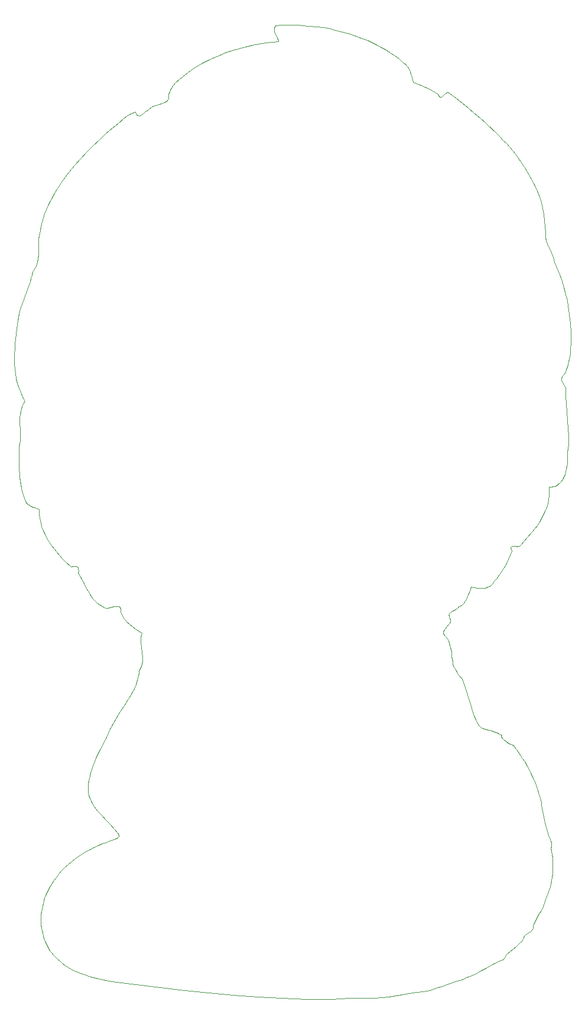
<source format=gbr>
G04 #@! TF.GenerationSoftware,KiCad,Pcbnew,5.1.5*
G04 #@! TF.CreationDate,2019-12-22T23:03:36+01:00*
G04 #@! TF.ProjectId,hh2020v1,68683230-3230-4763-912e-6b696361645f,rev?*
G04 #@! TF.SameCoordinates,Original*
G04 #@! TF.FileFunction,Profile,NP*
%FSLAX46Y46*%
G04 Gerber Fmt 4.6, Leading zero omitted, Abs format (unit mm)*
G04 Created by KiCad (PCBNEW 5.1.5) date 2019-12-22 23:03:36*
%MOMM*%
%LPD*%
G04 APERTURE LIST*
%ADD10C,0.100000*%
G04 APERTURE END LIST*
D10*
X68419860Y-24978610D02*
X68419550Y-24976380D01*
X68419870Y-24978590D02*
X68419860Y-24978610D01*
X69119850Y-24983590D02*
X68419870Y-24978590D01*
X69822670Y-25010190D02*
X69119850Y-24983590D01*
X71231420Y-25113540D02*
X69822670Y-25010190D01*
X72635410Y-25262470D02*
X71231420Y-25113540D01*
X74023930Y-25431150D02*
X72635410Y-25262470D01*
X75471790Y-25782760D02*
X74023930Y-25431150D01*
X76914890Y-26188610D02*
X75471790Y-25782760D01*
X77630910Y-26415010D02*
X76914890Y-26188610D01*
X78341250Y-26658740D02*
X77630910Y-26415010D01*
X79044400Y-26921050D02*
X78341250Y-26658740D01*
X79738890Y-27203220D02*
X79044400Y-26921050D01*
X80423200Y-27506480D02*
X79738890Y-27203220D01*
X81095840Y-27832090D02*
X80423200Y-27506480D01*
X81755320Y-28181340D02*
X81095840Y-27832090D01*
X82400130Y-28555470D02*
X81755320Y-28181340D01*
X83028770Y-28955740D02*
X82400130Y-28555470D01*
X83639780Y-29383390D02*
X83028770Y-28955740D01*
X84231620Y-29839700D02*
X83639780Y-29383390D01*
X84802820Y-30325920D02*
X84231620Y-29839700D01*
X84990870Y-30456280D02*
X84802820Y-30325920D01*
X85159930Y-30597380D02*
X84990870Y-30456280D01*
X85311400Y-30748360D02*
X85159930Y-30597380D01*
X85446700Y-30908350D02*
X85311400Y-30748360D01*
X85674480Y-31251860D02*
X85446700Y-30908350D01*
X85854600Y-31620960D02*
X85674480Y-31251860D01*
X85998390Y-32008670D02*
X85854600Y-31620960D01*
X86117200Y-32408040D02*
X85998390Y-32008670D01*
X86325200Y-33213920D02*
X86117200Y-32408040D01*
X87224860Y-33540230D02*
X86325200Y-33213920D01*
X88129800Y-33911840D02*
X87224860Y-33540230D01*
X88574880Y-34122310D02*
X88129800Y-33911840D01*
X89010010Y-34353320D02*
X88574880Y-34122310D01*
X89431450Y-34607960D02*
X89010010Y-34353320D01*
X89835440Y-34889300D02*
X89431450Y-34607960D01*
X89947200Y-35086340D02*
X89835440Y-34889300D01*
X90054220Y-35214040D02*
X89947200Y-35086340D01*
X90157370Y-35281540D02*
X90054220Y-35214040D01*
X90257640Y-35297740D02*
X90157370Y-35281540D01*
X90356040Y-35271940D02*
X90257640Y-35297740D01*
X90453240Y-35213040D02*
X90356040Y-35271940D01*
X90648480Y-35032470D02*
X90453240Y-35213040D01*
X90850790Y-34828750D02*
X90648480Y-35032470D01*
X90956910Y-34740850D02*
X90850790Y-34828750D01*
X91067600Y-34674350D02*
X90956910Y-34740850D01*
X91183770Y-34638450D02*
X91067600Y-34674350D01*
X91306350Y-34642450D02*
X91183770Y-34638450D01*
X91436290Y-34694850D02*
X91306350Y-34642450D01*
X91574500Y-34805060D02*
X91436290Y-34694850D01*
X92442900Y-35459430D02*
X91574500Y-34805060D01*
X93304560Y-36138120D02*
X92442900Y-35459430D01*
X94158750Y-36838050D02*
X93304560Y-36138120D01*
X95004700Y-37556120D02*
X94158750Y-36838050D01*
X95841740Y-38289240D02*
X95004700Y-37556120D01*
X96669050Y-39034330D02*
X95841740Y-38289240D01*
X98291710Y-40548070D02*
X96669050Y-39034330D01*
X98753240Y-40989850D02*
X98291710Y-40548070D01*
X99205540Y-41449540D02*
X98753240Y-40989850D01*
X99647910Y-41925600D02*
X99205540Y-41449540D01*
X100079690Y-42416480D02*
X99647910Y-41925600D01*
X100500200Y-42920640D02*
X100079690Y-42416480D01*
X100908770Y-43436530D02*
X100500200Y-42920640D01*
X101304740Y-43962620D02*
X100908770Y-43436530D01*
X101687400Y-44497350D02*
X101304740Y-43962620D01*
X102410220Y-45586630D02*
X101687400Y-44497350D01*
X103071820Y-46691990D02*
X102410220Y-45586630D01*
X103666840Y-47801150D02*
X103071820Y-46691990D01*
X104189870Y-48901720D02*
X103666840Y-47801150D01*
X104423480Y-49630770D02*
X104189870Y-48901720D01*
X104641800Y-50403620D02*
X104423480Y-49630770D01*
X104837660Y-51210190D02*
X104641800Y-50403620D01*
X105003840Y-52040410D02*
X104837660Y-51210190D01*
X105133160Y-52884210D02*
X105003840Y-52040410D01*
X105218460Y-53731480D02*
X105133160Y-52884210D01*
X105252460Y-54572170D02*
X105218460Y-53731480D01*
X105248460Y-54986890D02*
X105252460Y-54572170D01*
X105228460Y-55396190D02*
X105248460Y-54986890D01*
X105355960Y-55859970D02*
X105228460Y-55396190D01*
X105519410Y-56303110D02*
X105355960Y-55859970D01*
X105705910Y-56733310D02*
X105519410Y-56303110D01*
X105902550Y-57158270D02*
X105705910Y-56733310D01*
X106096420Y-57585660D02*
X105902550Y-57158270D01*
X106274640Y-58023190D02*
X106096420Y-57585660D01*
X106424270Y-58478550D02*
X106274640Y-58023190D01*
X106532430Y-58959430D02*
X106424270Y-58478550D01*
X106804470Y-59546720D02*
X106532430Y-58959430D01*
X107059110Y-60141180D02*
X106804470Y-59546720D01*
X107296460Y-60742360D02*
X107059110Y-60141180D01*
X107516680Y-61349810D02*
X107296460Y-60742360D01*
X107719880Y-61963110D02*
X107516680Y-61349810D01*
X107906240Y-62581840D02*
X107719880Y-61963110D01*
X108075860Y-63205540D02*
X107906240Y-62581840D01*
X108228880Y-63833800D02*
X108075860Y-63205540D01*
X108365460Y-64466170D02*
X108228880Y-63833800D01*
X108485720Y-65102230D02*
X108365460Y-64466170D01*
X108589810Y-65741540D02*
X108485720Y-65102230D01*
X108677810Y-66383670D02*
X108589810Y-65741540D01*
X108749910Y-67028190D02*
X108677810Y-66383670D01*
X108806310Y-67674640D02*
X108749910Y-67028190D01*
X108872210Y-68971700D02*
X108806310Y-67674640D01*
X108875210Y-70513270D02*
X108872210Y-68971700D01*
X108851310Y-71285630D02*
X108875210Y-70513270D01*
X108791810Y-72052950D02*
X108851310Y-71285630D01*
X108682910Y-72810640D02*
X108791810Y-72052950D01*
X108605610Y-73184440D02*
X108682910Y-72810640D01*
X108510810Y-73554110D02*
X108605610Y-73184440D01*
X108396590Y-73919100D02*
X108510810Y-73554110D01*
X108261350Y-74278810D02*
X108396590Y-73919100D01*
X108103310Y-74632680D02*
X108261350Y-74278810D01*
X107920760Y-74980150D02*
X108103310Y-74632680D01*
X107776900Y-75116650D02*
X107920760Y-74980150D01*
X107670610Y-75247950D02*
X107776900Y-75116650D01*
X107598310Y-75374720D02*
X107670610Y-75247950D01*
X107556510Y-75497670D02*
X107598310Y-75374720D01*
X107541510Y-75617480D02*
X107556510Y-75497670D01*
X107549510Y-75734860D02*
X107541510Y-75617480D01*
X107577610Y-75850490D02*
X107549510Y-75734860D01*
X107621710Y-75965070D02*
X107577610Y-75850490D01*
X107744370Y-76193830D02*
X107621710Y-75965070D01*
X107888940Y-76426700D02*
X107744370Y-76193830D01*
X108026890Y-76669210D02*
X107888940Y-76426700D01*
X108129720Y-76926920D02*
X108026890Y-76669210D01*
X108166520Y-78077450D02*
X108129720Y-76926920D01*
X108242720Y-79227100D02*
X108166520Y-78077450D01*
X108435640Y-81525490D02*
X108242720Y-79227100D01*
X108513140Y-82675070D02*
X108435640Y-81525490D01*
X108551940Y-83825470D02*
X108513140Y-82675070D01*
X108550940Y-84401100D02*
X108551940Y-83825470D01*
X108532740Y-84977110D02*
X108550940Y-84401100D01*
X108495040Y-85553530D02*
X108532740Y-84977110D01*
X108435540Y-86130430D02*
X108495040Y-85553530D01*
X108430540Y-86868010D02*
X108435540Y-86130430D01*
X108375640Y-87680480D02*
X108430540Y-86868010D01*
X108322740Y-88097940D02*
X108375640Y-87680480D01*
X108249140Y-88513880D02*
X108322740Y-88097940D01*
X108152140Y-88921530D02*
X108249140Y-88513880D01*
X108028920Y-89314170D02*
X108152140Y-88921530D01*
X107876780Y-89685030D02*
X108028920Y-89314170D01*
X107692970Y-90027390D02*
X107876780Y-89685030D01*
X107474750Y-90334470D02*
X107692970Y-90027390D01*
X107219350Y-90599530D02*
X107474750Y-90334470D01*
X107076860Y-90714200D02*
X107219350Y-90599530D01*
X106924040Y-90815790D02*
X107076860Y-90714200D01*
X106760550Y-90903590D02*
X106924040Y-90815790D01*
X106586060Y-90976590D02*
X106760550Y-90903590D01*
X106400210Y-91033990D02*
X106586060Y-90976590D01*
X106202670Y-91074990D02*
X106400210Y-91033990D01*
X105993080Y-91098790D02*
X106202670Y-91074990D01*
X105771110Y-91103790D02*
X105993080Y-91098790D01*
X105801810Y-91712090D02*
X105771110Y-91103790D01*
X105776610Y-92305210D02*
X105801810Y-91712090D01*
X105699610Y-92883600D02*
X105776610Y-92305210D01*
X105574850Y-93447790D02*
X105699610Y-92883600D01*
X105406280Y-93998210D02*
X105574850Y-93447790D01*
X105198000Y-94535360D02*
X105406280Y-93998210D01*
X104954010Y-95059720D02*
X105198000Y-94535360D01*
X104678320Y-95571750D02*
X104954010Y-95059720D01*
X104375000Y-96071950D02*
X104678320Y-95571750D01*
X104048050Y-96560780D02*
X104375000Y-96071950D01*
X103701510Y-97038700D02*
X104048050Y-96560780D01*
X103339400Y-97506230D02*
X103701510Y-97038700D01*
X102584610Y-98411950D02*
X103339400Y-97506230D01*
X101815900Y-99281750D02*
X102584610Y-98411950D01*
X101734100Y-99421570D02*
X101815900Y-99281750D01*
X101628710Y-99517570D02*
X101734100Y-99421570D01*
X101504680Y-99576870D02*
X101628710Y-99517570D01*
X101366830Y-99606770D02*
X101504680Y-99576870D01*
X101220040Y-99613770D02*
X101366830Y-99606770D01*
X101069180Y-99606770D02*
X101220040Y-99613770D01*
X100774680Y-99573870D02*
X101069180Y-99606770D01*
X100522250Y-99565870D02*
X100774680Y-99573870D01*
X100423950Y-99588770D02*
X100522250Y-99565870D01*
X100350850Y-99639370D02*
X100423950Y-99588770D01*
X100307650Y-99724670D02*
X100350850Y-99639370D01*
X100299650Y-99851720D02*
X100307650Y-99724670D01*
X100331050Y-100027760D02*
X100299650Y-99851720D01*
X100406950Y-100259910D02*
X100331050Y-100027760D01*
X100172150Y-100844250D02*
X100406950Y-100259910D01*
X99914280Y-101426870D02*
X100172150Y-100844250D01*
X99632780Y-102004160D02*
X99914280Y-101426870D01*
X99327100Y-102572480D02*
X99632780Y-102004160D01*
X98996690Y-103128220D02*
X99327100Y-102572480D01*
X98640970Y-103667770D02*
X98996690Y-103128220D01*
X98259420Y-104187500D02*
X98640970Y-103667770D01*
X97851450Y-104683810D02*
X98259420Y-104187500D01*
X97705490Y-104902230D02*
X97851450Y-104683810D01*
X97546710Y-105085370D02*
X97705490Y-104902230D01*
X97376270Y-105235770D02*
X97546710Y-105085370D01*
X97195340Y-105356010D02*
X97376270Y-105235770D01*
X97005120Y-105448710D02*
X97195340Y-105356010D01*
X96806760Y-105516410D02*
X97005120Y-105448710D01*
X96601450Y-105561610D02*
X96806760Y-105516410D01*
X96390360Y-105586910D02*
X96601450Y-105561610D01*
X95955560Y-105587910D02*
X96390360Y-105586910D01*
X95511750Y-105540410D02*
X95955560Y-105587910D01*
X94634760Y-105381640D02*
X95511750Y-105540410D01*
X94479720Y-105741530D02*
X94634760Y-105381640D01*
X94334460Y-106135020D02*
X94479720Y-105741530D01*
X94184310Y-106544710D02*
X94334460Y-106135020D01*
X94014560Y-106953290D02*
X94184310Y-106544710D01*
X93810490Y-107343370D02*
X94014560Y-106953290D01*
X93690990Y-107526070D02*
X93810490Y-107343370D01*
X93557380Y-107697620D02*
X93690990Y-107526070D01*
X93407860Y-107855860D02*
X93557380Y-107697620D01*
X93240570Y-107998640D02*
X93407860Y-107855860D01*
X93053660Y-108123780D02*
X93240570Y-107998640D01*
X92845310Y-108229090D02*
X93053660Y-108123780D01*
X92754610Y-108341080D02*
X92845310Y-108229090D01*
X92648380Y-108440280D02*
X92754610Y-108341080D01*
X92402990Y-108608770D02*
X92648380Y-108440280D01*
X91877250Y-108884730D02*
X92402990Y-108608770D01*
X91652180Y-109025750D02*
X91877250Y-108884730D01*
X91561180Y-109104250D02*
X91652180Y-109025750D01*
X91489080Y-109191050D02*
X91561180Y-109104250D01*
X91439480Y-109288150D02*
X91489080Y-109191050D01*
X91415780Y-109397640D02*
X91439480Y-109288150D01*
X91420780Y-109521620D02*
X91415780Y-109397640D01*
X91459180Y-109662170D02*
X91420780Y-109521620D01*
X91582910Y-109873070D02*
X91459180Y-109662170D01*
X91642210Y-110072000D02*
X91582910Y-109873070D01*
X91646210Y-110260260D02*
X91642210Y-110072000D01*
X91604110Y-110439130D02*
X91646210Y-110260260D01*
X91524810Y-110609910D02*
X91604110Y-110439130D01*
X91417320Y-110773850D02*
X91524810Y-110609910D01*
X91154200Y-111086450D02*
X91417320Y-110773850D01*
X90887280Y-111387220D02*
X91154200Y-111086450D01*
X90775040Y-111536400D02*
X90887280Y-111387220D01*
X90689040Y-111686460D02*
X90775040Y-111536400D01*
X90638240Y-111838720D02*
X90689040Y-111686460D01*
X90632240Y-111994440D02*
X90638240Y-111838720D01*
X90679240Y-112154930D02*
X90632240Y-111994440D01*
X90788670Y-112321470D02*
X90679240Y-112154930D01*
X91024030Y-112575320D02*
X90788670Y-112321470D01*
X91216290Y-112848110D02*
X91024030Y-112575320D01*
X91370770Y-113137420D02*
X91216290Y-112848110D01*
X91492790Y-113440790D02*
X91370770Y-113137420D01*
X91587590Y-113755790D02*
X91492790Y-113440790D01*
X91660590Y-114079990D02*
X91587590Y-113755790D01*
X91762380Y-114746170D02*
X91660590Y-114079990D01*
X91840480Y-115419830D02*
X91762380Y-114746170D01*
X91937480Y-116081430D02*
X91840480Y-115419830D01*
X92006380Y-116401590D02*
X91937480Y-116081430D01*
X92095880Y-116711430D02*
X92006380Y-116401590D01*
X92211450Y-117008480D02*
X92095880Y-116711430D01*
X92358300Y-117290320D02*
X92211450Y-117008480D01*
X92476580Y-117415630D02*
X92358300Y-117290320D01*
X92598290Y-117595430D02*
X92476580Y-117415630D01*
X92840670Y-118015100D02*
X92598290Y-117595430D01*
X92955650Y-118203270D02*
X92840670Y-118015100D01*
X93062710Y-118342560D02*
X92955650Y-118203270D01*
X93112410Y-118385760D02*
X93062710Y-118342560D01*
X93159110Y-118407060D02*
X93112410Y-118385760D01*
X93202310Y-118403060D02*
X93159110Y-118407060D01*
X93241710Y-118370860D02*
X93202310Y-118403060D01*
X93574510Y-119279360D02*
X93241710Y-118370860D01*
X93918110Y-120309300D02*
X93574510Y-119279360D01*
X94254230Y-121384090D02*
X93918110Y-120309300D01*
X94564610Y-122427130D02*
X94254230Y-121384090D01*
X94719930Y-122886660D02*
X94564610Y-122427130D01*
X94874180Y-123377950D02*
X94719930Y-122886660D01*
X95040070Y-123878960D02*
X94874180Y-123377950D01*
X95230320Y-124367660D02*
X95040070Y-123878960D01*
X95457600Y-124822040D02*
X95230320Y-124367660D01*
X95589100Y-125029470D02*
X95457600Y-124822040D01*
X95734620Y-125220070D02*
X95589100Y-125029470D01*
X95895750Y-125391070D02*
X95734620Y-125220070D01*
X96074080Y-125539730D02*
X95895750Y-125391070D01*
X96271190Y-125663280D02*
X96074080Y-125539730D01*
X96488670Y-125758980D02*
X96271190Y-125663280D01*
X96788880Y-125809380D02*
X96488670Y-125758980D01*
X97139920Y-125890680D02*
X96788880Y-125809380D01*
X97517920Y-125996430D02*
X97139920Y-125890680D01*
X97899010Y-126120230D02*
X97517920Y-125996430D01*
X98259290Y-126255720D02*
X97899010Y-126120230D01*
X98574900Y-126396500D02*
X98259290Y-126255720D01*
X98821970Y-126536160D02*
X98574900Y-126396500D01*
X98976600Y-126668320D02*
X98821970Y-126536160D01*
X98934900Y-126735220D02*
X98976600Y-126668320D01*
X98923100Y-126804220D02*
X98934900Y-126735220D01*
X98937600Y-126874620D02*
X98923100Y-126804220D01*
X98974400Y-126945820D02*
X98937600Y-126874620D01*
X99099680Y-127088250D02*
X98974400Y-126945820D01*
X99268090Y-127226310D02*
X99099680Y-127088250D01*
X99611030Y-127468700D02*
X99268090Y-127226310D01*
X99723920Y-127562700D02*
X99611030Y-127468700D01*
X99752320Y-127600700D02*
X99723920Y-127562700D01*
X99756320Y-127631800D02*
X99752320Y-127600700D01*
X99792020Y-127658700D02*
X99756320Y-127631800D01*
X99911310Y-127717600D02*
X99792020Y-127658700D01*
X100289930Y-127904270D02*
X99911310Y-127717600D01*
X100493850Y-128018390D02*
X100289930Y-127904270D01*
X100670580Y-128137280D02*
X100493850Y-128018390D01*
X100792410Y-128254130D02*
X100670580Y-128137280D01*
X100824110Y-128309630D02*
X100792410Y-128254130D01*
X100831110Y-128362130D02*
X100824110Y-128309630D01*
X100968420Y-128493260D02*
X100831110Y-128362130D01*
X101134190Y-128697900D02*
X100968420Y-128493260D01*
X101517900Y-129249080D02*
X101134190Y-128697900D01*
X101915830Y-129858480D02*
X101517900Y-129249080D01*
X102261590Y-130368910D02*
X101915830Y-129858480D01*
X102302290Y-130374910D02*
X102261590Y-130368910D01*
X102341090Y-130410710D02*
X102302290Y-130374910D01*
X102415990Y-130546610D02*
X102341090Y-130410710D01*
X102573480Y-130909080D02*
X102415990Y-130546610D01*
X102870730Y-131447810D02*
X102573480Y-130909080D01*
X103186220Y-132075760D02*
X102870730Y-131447810D01*
X103506490Y-132774130D02*
X103186220Y-132075760D01*
X103818050Y-133524170D02*
X103506490Y-132774130D01*
X104107440Y-134307130D02*
X103818050Y-133524170D01*
X104361190Y-135104180D02*
X104107440Y-134307130D01*
X104565810Y-135896610D02*
X104361190Y-135104180D01*
X104645510Y-136285200D02*
X104565810Y-135896610D01*
X104707910Y-136665600D02*
X104645510Y-136285200D01*
X104933900Y-137908590D02*
X104707910Y-136665600D01*
X105196830Y-139169680D02*
X104933900Y-137908590D01*
X105349990Y-139790290D02*
X105196830Y-139169680D01*
X105521830Y-140395400D02*
X105349990Y-139790290D01*
X105715460Y-140978270D02*
X105521830Y-140395400D01*
X105934040Y-141532260D02*
X105715460Y-140978270D01*
X106051670Y-141822800D02*
X105934040Y-141532260D01*
X106091170Y-141978880D02*
X106051670Y-141822800D01*
X106115570Y-142138240D02*
X106091170Y-141978880D01*
X106123570Y-142297950D02*
X106115570Y-142138240D01*
X106113070Y-142455050D02*
X106123570Y-142297950D01*
X106082770Y-142606630D02*
X106113070Y-142455050D01*
X106031070Y-142749740D02*
X106082770Y-142606630D01*
X106122370Y-143215670D02*
X106031070Y-142749740D01*
X106194970Y-143682790D02*
X106122370Y-143215670D01*
X106248870Y-144150730D02*
X106194970Y-143682790D01*
X106283970Y-144618990D02*
X106248870Y-144150730D01*
X106300470Y-145087170D02*
X106283970Y-144618990D01*
X106298470Y-145554810D02*
X106300470Y-145087170D01*
X106277970Y-146021500D02*
X106298470Y-145554810D01*
X106239070Y-146486800D02*
X106277970Y-146021500D01*
X106181870Y-146950250D02*
X106239070Y-146486800D01*
X106106370Y-147411440D02*
X106181870Y-146950250D01*
X106012670Y-147869920D02*
X106106370Y-147411440D01*
X105900730Y-148325270D02*
X106012670Y-147869920D01*
X105770670Y-148777020D02*
X105900730Y-148325270D01*
X105622580Y-149224770D02*
X105770670Y-148777020D01*
X105456490Y-149668070D02*
X105622580Y-149224770D01*
X105272470Y-150106490D02*
X105456490Y-149668070D01*
X105204270Y-150377160D02*
X105272470Y-150106490D01*
X105118570Y-150644130D02*
X105204270Y-150377160D01*
X104904400Y-151168140D02*
X105118570Y-150644130D01*
X104649390Y-151680850D02*
X104904400Y-151168140D01*
X104373070Y-152184590D02*
X104649390Y-151680850D01*
X104094920Y-152681720D02*
X104373070Y-152184590D01*
X103834470Y-153174570D02*
X104094920Y-152681720D01*
X103611180Y-153665480D02*
X103834470Y-153174570D01*
X103519580Y-153910960D02*
X103611180Y-153665480D01*
X103444580Y-154156820D02*
X103519580Y-153910960D01*
X103449580Y-154270610D02*
X103444580Y-154156820D01*
X103424580Y-154372300D02*
X103449580Y-154270610D01*
X103373680Y-154463800D02*
X103424580Y-154372300D01*
X103300780Y-154547300D02*
X103373680Y-154463800D01*
X103104720Y-154698350D02*
X103300780Y-154547300D01*
X102867550Y-154841630D02*
X103104720Y-154698350D01*
X102620480Y-154993440D02*
X102867550Y-154841630D01*
X102394740Y-155170070D02*
X102620480Y-154993440D01*
X102299640Y-155272800D02*
X102394740Y-155170070D01*
X102221640Y-155387820D02*
X102299640Y-155272800D01*
X102164540Y-155517180D02*
X102221640Y-155387820D01*
X102132240Y-155662940D02*
X102164540Y-155517180D01*
X101995530Y-155879450D02*
X102132240Y-155662940D01*
X101835360Y-156086580D02*
X101995530Y-155879450D01*
X101655590Y-156285610D02*
X101835360Y-156086580D01*
X101460040Y-156477760D02*
X101655590Y-156285610D01*
X101036960Y-156846550D02*
X101460040Y-156477760D01*
X100596780Y-157203010D02*
X101036960Y-156846550D01*
X100170200Y-157557240D02*
X100596780Y-157203010D01*
X99787900Y-157919280D02*
X100170200Y-157557240D01*
X99622940Y-158106400D02*
X99787900Y-157919280D01*
X99480560Y-158299230D02*
X99622940Y-158106400D01*
X99364590Y-158499080D02*
X99480560Y-158299230D01*
X99278790Y-158707160D02*
X99364590Y-158499080D01*
X98853750Y-158862660D02*
X99278790Y-158707160D01*
X98434460Y-159044070D02*
X98853750Y-158862660D01*
X98019130Y-159246300D02*
X98434460Y-159044070D01*
X97605900Y-159464170D02*
X98019130Y-159246300D01*
X96778500Y-159926360D02*
X97605900Y-159464170D01*
X95937750Y-160389580D02*
X96778500Y-159926360D01*
X95507120Y-160622970D02*
X95937750Y-160389580D01*
X95069270Y-160840930D02*
X95507120Y-160622970D01*
X94175420Y-161237060D02*
X95069270Y-160840930D01*
X93263170Y-161590940D02*
X94175420Y-161237060D01*
X92339520Y-161915530D02*
X93263170Y-161590940D01*
X90485980Y-162528690D02*
X92339520Y-161915530D01*
X89570070Y-162843200D02*
X90485980Y-162528690D01*
X88670740Y-163180260D02*
X89570070Y-162843200D01*
X87708940Y-163280900D02*
X88670740Y-163180260D01*
X86729760Y-163415630D02*
X87708940Y-163280900D01*
X84736220Y-163736640D02*
X86729760Y-163415630D01*
X83730300Y-163897500D02*
X84736220Y-163736640D01*
X82723950Y-164041660D02*
X83730300Y-163897500D01*
X81721390Y-164156420D02*
X82723950Y-164041660D01*
X80726860Y-164229020D02*
X81721390Y-164156420D01*
X79508170Y-164209220D02*
X80726860Y-164229020D01*
X78292050Y-164231820D02*
X79508170Y-164209220D01*
X77078050Y-164281220D02*
X78292050Y-164231820D01*
X75865700Y-164341920D02*
X77078050Y-164281220D01*
X74654560Y-164398420D02*
X75865700Y-164341920D01*
X73444160Y-164435120D02*
X74654560Y-164398420D01*
X72234080Y-164436120D02*
X73444160Y-164435120D01*
X71023830Y-164386820D02*
X72234080Y-164436120D01*
X69273530Y-164327720D02*
X71023830Y-164386820D01*
X67523140Y-164252120D02*
X69273530Y-164327720D01*
X64022550Y-164054060D02*
X67523140Y-164252120D01*
X60523190Y-163798710D02*
X64022550Y-164054060D01*
X57026120Y-163492110D02*
X60523190Y-163798710D01*
X53532410Y-163140270D02*
X57026120Y-163492110D01*
X50043170Y-162749210D02*
X53532410Y-163140270D01*
X46559490Y-162324970D02*
X50043170Y-162749210D01*
X43082430Y-161873530D02*
X46559490Y-162324970D01*
X41104660Y-161432180D02*
X43082430Y-161873530D01*
X40106430Y-161188110D02*
X41104660Y-161432180D01*
X39122320Y-160900920D02*
X40106430Y-161188110D01*
X38640360Y-160734690D02*
X39122320Y-160900920D01*
X38167660Y-160549940D02*
X38640360Y-160734690D01*
X37706150Y-160344080D02*
X38167660Y-160549940D01*
X37257730Y-160114520D02*
X37706150Y-160344080D01*
X36824310Y-159858680D02*
X37257730Y-160114520D01*
X36407810Y-159573990D02*
X36824310Y-159858680D01*
X36010150Y-159257840D02*
X36407810Y-159573990D01*
X35633210Y-158907700D02*
X36010150Y-159257840D01*
X35316490Y-158642560D02*
X35633210Y-158907700D01*
X35021030Y-158363400D02*
X35316490Y-158642560D01*
X34746540Y-158071030D02*
X35021030Y-158363400D01*
X34492790Y-157766260D02*
X34746540Y-158071030D01*
X34259520Y-157449900D02*
X34492790Y-157766260D01*
X34046460Y-157122760D02*
X34259520Y-157449900D01*
X33853340Y-156785630D02*
X34046460Y-157122760D01*
X33679920Y-156439340D02*
X33853340Y-156785630D01*
X33525920Y-156084700D02*
X33679920Y-156439340D01*
X33391090Y-155722500D02*
X33525920Y-156084700D01*
X33275180Y-155353560D02*
X33391090Y-155722500D01*
X33177880Y-154978690D02*
X33275180Y-155353560D01*
X33099080Y-154598710D02*
X33177880Y-154978690D01*
X33038280Y-154214400D02*
X33099080Y-154598710D01*
X32995480Y-153826580D02*
X33038280Y-154214400D01*
X32970180Y-153436080D02*
X32995480Y-153826580D01*
X32962180Y-153043690D02*
X32970180Y-153436080D01*
X32971180Y-152650220D02*
X32962180Y-153043690D01*
X32997080Y-152256470D02*
X32971180Y-152650220D01*
X33039580Y-151863260D02*
X32997080Y-152256470D01*
X33098480Y-151471400D02*
X33039580Y-151863260D01*
X33173380Y-151081700D02*
X33098480Y-151471400D01*
X33264080Y-150694960D02*
X33173380Y-151081700D01*
X33370290Y-150312000D02*
X33264080Y-150694960D01*
X33491750Y-149933620D02*
X33370290Y-150312000D01*
X33628230Y-149560630D02*
X33491750Y-149933620D01*
X33779440Y-149193830D02*
X33628230Y-149560630D01*
X33945130Y-148834040D02*
X33779440Y-149193830D01*
X34125040Y-148482070D02*
X33945130Y-148834040D01*
X34318920Y-148138730D02*
X34125040Y-148482070D01*
X34526500Y-147804820D02*
X34318920Y-148138730D01*
X34747520Y-147481150D02*
X34526500Y-147804820D01*
X35116950Y-146955710D02*
X34747520Y-147481150D01*
X35512470Y-146454830D02*
X35116950Y-146955710D01*
X35932480Y-145978010D02*
X35512470Y-146454830D01*
X36375410Y-145524780D02*
X35932480Y-145978010D01*
X36839630Y-145094640D02*
X36375410Y-145524780D01*
X37323570Y-144687120D02*
X36839630Y-145094640D01*
X37825640Y-144301740D02*
X37323570Y-144687120D01*
X38344220Y-143938000D02*
X37825640Y-144301740D01*
X38877760Y-143595410D02*
X38344220Y-143938000D01*
X39424630Y-143273500D02*
X38877760Y-143595410D01*
X39983250Y-142971770D02*
X39424630Y-143273500D01*
X40552020Y-142689750D02*
X39983250Y-142971770D01*
X41129360Y-142426940D02*
X40552020Y-142689750D01*
X41713670Y-142182860D02*
X41129360Y-142426940D01*
X42303350Y-141957040D02*
X41713670Y-142182860D01*
X42896830Y-141748970D02*
X42303350Y-141957040D01*
X43134270Y-141627720D02*
X42896830Y-141748970D01*
X43383430Y-141539520D02*
X43134270Y-141627720D01*
X43624080Y-141465520D02*
X43383430Y-141539520D01*
X43835930Y-141386820D02*
X43624080Y-141465520D01*
X43924730Y-141339620D02*
X43835930Y-141386820D01*
X43998730Y-141284220D02*
X43924730Y-141339620D01*
X44055430Y-141218020D02*
X43998730Y-141284220D01*
X44092230Y-141138820D02*
X44055430Y-141218020D01*
X44106730Y-141044320D02*
X44092230Y-141138820D01*
X44096230Y-140931970D02*
X44106730Y-141044320D01*
X44058330Y-140799480D02*
X44096230Y-140931970D01*
X43990430Y-140644470D02*
X44058330Y-140799480D01*
X43432310Y-139999330D02*
X43990430Y-140644470D01*
X42845150Y-139371000D02*
X43432310Y-139999330D01*
X42248070Y-138747180D02*
X42845150Y-139371000D01*
X41660200Y-138115610D02*
X42248070Y-138747180D01*
X41100660Y-137463980D02*
X41660200Y-138115610D01*
X40837480Y-137126800D02*
X41100660Y-137463980D01*
X40588580Y-136780010D02*
X40837480Y-137126800D01*
X40356310Y-136422040D02*
X40588580Y-136780010D01*
X40143100Y-136051390D02*
X40356310Y-136422040D01*
X39951300Y-135666500D02*
X40143100Y-136051390D01*
X39783330Y-135265840D02*
X39951300Y-135666500D01*
X39735730Y-134711320D02*
X39783330Y-135265840D01*
X39731730Y-134160450D02*
X39735730Y-134711320D01*
X39767930Y-133613380D02*
X39731730Y-134160450D01*
X39840830Y-133070230D02*
X39767930Y-133613380D01*
X39947060Y-132531160D02*
X39840830Y-133070230D01*
X40083160Y-131996250D02*
X39947060Y-132531160D01*
X40245680Y-131465710D02*
X40083160Y-131996250D01*
X40431160Y-130939600D02*
X40245680Y-131465710D01*
X40636190Y-130418100D02*
X40431160Y-130939600D01*
X40857300Y-129901320D02*
X40636190Y-130418100D01*
X41334050Y-128882460D02*
X40857300Y-129901320D01*
X42329150Y-126907320D02*
X41334050Y-128882460D01*
X42580320Y-126290360D02*
X42329150Y-126907320D01*
X42868090Y-125689720D02*
X42580320Y-126290360D01*
X43185850Y-125102550D02*
X42868090Y-125689720D01*
X43526940Y-124526010D02*
X43185850Y-125102550D01*
X44252630Y-123393500D02*
X43526940Y-124526010D01*
X44992150Y-122269420D02*
X44252630Y-123393500D01*
X45350510Y-121703430D02*
X44992150Y-122269420D01*
X45692450Y-121131040D02*
X45350510Y-121703430D01*
X46011310Y-120549380D02*
X45692450Y-121131040D01*
X46300490Y-119955620D02*
X46011310Y-120549380D01*
X46553340Y-119346910D02*
X46300490Y-119955620D01*
X46763250Y-118720410D02*
X46553340Y-119346910D01*
X46923560Y-118073280D02*
X46763250Y-118720410D01*
X46983060Y-117741100D02*
X46923560Y-118073280D01*
X47027660Y-117402690D02*
X46983060Y-117741100D01*
X47213650Y-117086050D02*
X47027660Y-117402690D01*
X47349460Y-116761550D02*
X47213650Y-117086050D01*
X47441160Y-116430260D02*
X47349460Y-116761550D01*
X47495060Y-116093200D02*
X47441160Y-116430260D01*
X47517260Y-115751400D02*
X47495060Y-116093200D01*
X47514260Y-115405940D02*
X47517260Y-115751400D01*
X47455460Y-114708170D02*
X47514260Y-115405940D01*
X47368260Y-114008250D02*
X47455460Y-114708170D01*
X47301960Y-113314530D02*
X47368260Y-114008250D01*
X47292960Y-112972630D02*
X47301960Y-113314530D01*
X47306760Y-112635400D02*
X47292960Y-112972630D01*
X47350360Y-112303910D02*
X47306760Y-112635400D01*
X47430060Y-111979190D02*
X47350360Y-112303910D01*
X46537620Y-111413410D02*
X47430060Y-111979190D01*
X46080620Y-111097330D02*
X46537620Y-111413410D01*
X45640360Y-110751100D02*
X46080620Y-111097330D01*
X45234840Y-110368690D02*
X45640360Y-110751100D01*
X45050730Y-110162030D02*
X45234840Y-110368690D01*
X44882020Y-109944080D02*
X45050730Y-110162030D01*
X44731000Y-109714060D02*
X44882020Y-109944080D01*
X44599880Y-109471230D02*
X44731000Y-109714060D01*
X44490920Y-109214850D02*
X44599880Y-109471230D01*
X44406420Y-108944140D02*
X44490920Y-109214850D01*
X44416920Y-108723790D02*
X44406420Y-108944140D01*
X44394420Y-108546390D02*
X44416920Y-108723790D01*
X44342620Y-108408200D02*
X44394420Y-108546390D01*
X44264820Y-108305470D02*
X44342620Y-108408200D01*
X44164080Y-108234470D02*
X44264820Y-108305470D01*
X44043640Y-108191270D02*
X44164080Y-108234470D01*
X43906770Y-108172270D02*
X44043640Y-108191270D01*
X43756650Y-108173270D02*
X43906770Y-108172270D01*
X43429560Y-108222170D02*
X43756650Y-108173270D01*
X43088090Y-108307570D02*
X43429560Y-108222170D01*
X42757980Y-108399170D02*
X43088090Y-108307570D01*
X42464950Y-108467070D02*
X42757980Y-108399170D01*
X42055420Y-108334600D02*
X42464950Y-108467070D01*
X41678250Y-108157410D02*
X42055420Y-108334600D01*
X41330780Y-107939830D02*
X41678250Y-108157410D01*
X41010350Y-107686240D02*
X41330780Y-107939830D01*
X40714260Y-107400950D02*
X41010350Y-107686240D01*
X40439870Y-107088350D02*
X40714260Y-107400950D01*
X40184490Y-106752760D02*
X40439870Y-107088350D01*
X39945460Y-106398540D02*
X40184490Y-106752760D01*
X39720100Y-106030050D02*
X39945460Y-106398540D01*
X39505740Y-105651620D02*
X39720100Y-106030050D01*
X39099350Y-104882370D02*
X39505740Y-105651620D01*
X38704930Y-104125580D02*
X39099350Y-104882370D01*
X38301100Y-103416050D02*
X38704930Y-104125580D01*
X38333900Y-103098580D02*
X38301100Y-103416050D01*
X38323400Y-102845320D02*
X38333900Y-103098580D01*
X38269400Y-102654050D02*
X38323400Y-102845320D01*
X38225500Y-102580950D02*
X38269400Y-102654050D01*
X38170200Y-102522650D02*
X38225500Y-102580950D01*
X38103200Y-102478550D02*
X38170200Y-102522650D01*
X38024600Y-102448650D02*
X38103200Y-102478550D01*
X37831470Y-102429950D02*
X38024600Y-102448650D01*
X37589600Y-102464250D02*
X37831470Y-102429950D01*
X37297810Y-102549450D02*
X37589600Y-102464250D01*
X36441030Y-101743360D02*
X37297810Y-102549450D01*
X36018820Y-101316170D02*
X36441030Y-101743360D01*
X35605760Y-100873210D02*
X36018820Y-101316170D01*
X35205590Y-100414690D02*
X35605760Y-100873210D01*
X34822070Y-99940890D02*
X35205590Y-100414690D01*
X34458970Y-99452010D02*
X34822070Y-99940890D01*
X34120040Y-98948280D02*
X34458970Y-99452010D01*
X33809060Y-98429980D02*
X34120040Y-98948280D01*
X33529760Y-97897310D02*
X33809060Y-98429980D01*
X33285920Y-97350530D02*
X33529760Y-97897310D01*
X33081290Y-96789860D02*
X33285920Y-97350530D01*
X32919640Y-96215550D02*
X33081290Y-96789860D01*
X32804720Y-95627840D02*
X32919640Y-96215550D01*
X32740220Y-95026960D02*
X32804720Y-95627840D01*
X32729720Y-94413130D02*
X32740220Y-95026960D01*
X32669020Y-94325530D02*
X32729720Y-94413130D01*
X32585120Y-94252230D02*
X32669020Y-94325530D01*
X32481230Y-94190230D02*
X32585120Y-94252230D01*
X32360620Y-94136830D02*
X32481230Y-94190230D01*
X32082190Y-94044430D02*
X32360620Y-94136830D01*
X31775690Y-93951630D02*
X32082190Y-94044430D01*
X31467020Y-93835740D02*
X31775690Y-93951630D01*
X31319960Y-93762040D02*
X31467020Y-93835740D01*
X31182070Y-93673840D02*
X31319960Y-93762040D01*
X31056570Y-93568410D02*
X31182070Y-93673840D01*
X30946700Y-93442860D02*
X31056570Y-93568410D01*
X30855700Y-93294330D02*
X30946700Y-93442860D01*
X30786800Y-93119940D02*
X30855700Y-93294330D01*
X30583260Y-92666460D02*
X30786800Y-93119940D01*
X30410950Y-92203650D02*
X30583260Y-92666460D01*
X30267200Y-91732520D02*
X30410950Y-92203650D01*
X30149400Y-91254030D02*
X30267200Y-91732520D01*
X30055000Y-90769180D02*
X30149400Y-91254030D01*
X29981200Y-90278950D02*
X30055000Y-90769180D01*
X29925400Y-89784320D02*
X29981200Y-90278950D01*
X29884900Y-89286270D02*
X29925400Y-89784320D01*
X29839600Y-88283890D02*
X29884900Y-89286270D01*
X29824200Y-87279660D02*
X29839600Y-88283890D01*
X29818200Y-86281470D02*
X29824200Y-87279660D01*
X29799300Y-85297170D02*
X29818200Y-86281470D01*
X29897600Y-84900590D02*
X29799300Y-85297170D01*
X29959900Y-84494130D02*
X29897600Y-84900590D01*
X29992900Y-84079750D02*
X29959900Y-84494130D01*
X30003400Y-83659390D02*
X29992900Y-84079750D01*
X29980800Y-82808590D02*
X30003400Y-83659390D01*
X29944500Y-81957360D02*
X29980800Y-82808590D01*
X29937500Y-81536480D02*
X29944500Y-81957360D01*
X29946500Y-81121340D02*
X29937500Y-81536480D01*
X29978000Y-80713940D02*
X29946500Y-81121340D01*
X30038500Y-80316210D02*
X29978000Y-80713940D01*
X30134500Y-79930100D02*
X30038500Y-80316210D01*
X30272540Y-79557570D02*
X30134500Y-79930100D01*
X30459080Y-79200580D02*
X30272540Y-79557570D01*
X30700600Y-78861090D02*
X30459080Y-79200580D01*
X30344490Y-78235780D02*
X30700600Y-78861090D01*
X30042500Y-77591970D02*
X30344490Y-78235780D01*
X29791280Y-76931680D02*
X30042500Y-77591970D01*
X29587440Y-76256910D02*
X29791280Y-76931680D01*
X29427620Y-75569680D02*
X29587440Y-76256910D01*
X29308440Y-74871980D02*
X29427620Y-75569680D01*
X29226440Y-74165810D02*
X29308440Y-74871980D01*
X29178340Y-73453170D02*
X29226440Y-74165810D01*
X29160840Y-72736080D02*
X29178340Y-73453170D01*
X29169840Y-72016530D02*
X29160840Y-72736080D01*
X29203340Y-71296540D02*
X29169840Y-72016530D01*
X29257240Y-70578110D02*
X29203340Y-71296540D01*
X29412720Y-69153920D02*
X29257240Y-70578110D01*
X29609390Y-67760000D02*
X29412720Y-69153920D01*
X29647390Y-67264830D02*
X29609390Y-67760000D01*
X29717190Y-66778990D02*
X29647390Y-67264830D01*
X29814590Y-66301310D02*
X29717190Y-66778990D01*
X29935680Y-65830620D02*
X29814590Y-66301310D01*
X30076240Y-65365760D02*
X29935680Y-65830620D01*
X30232200Y-64905550D02*
X30076240Y-65365760D01*
X30573770Y-63994410D02*
X30232200Y-64905550D01*
X30927520Y-63087860D02*
X30573770Y-63994410D01*
X31260550Y-62176520D02*
X30927520Y-63087860D01*
X31409010Y-61716140D02*
X31260550Y-62176520D01*
X31539980Y-61251080D02*
X31409010Y-61716140D01*
X31649310Y-60780130D02*
X31539980Y-61251080D01*
X31732910Y-60302150D02*
X31649310Y-60780130D01*
X31908360Y-60095810D02*
X31732910Y-60302150D01*
X32059850Y-59880160D02*
X31908360Y-60095810D01*
X32189040Y-59656000D02*
X32059850Y-59880160D01*
X32297600Y-59424130D02*
X32189040Y-59656000D01*
X32387100Y-59185370D02*
X32297600Y-59424130D01*
X32459400Y-58940490D02*
X32387100Y-59185370D01*
X32558700Y-58435690D02*
X32459400Y-58940490D01*
X32608800Y-57916140D02*
X32558700Y-58435690D01*
X32623100Y-57388300D02*
X32608800Y-57916140D01*
X32597300Y-56333460D02*
X32623100Y-57388300D01*
X32649500Y-55685670D02*
X32597300Y-56333460D01*
X32729100Y-55047400D02*
X32649500Y-55685670D01*
X32835130Y-54418520D02*
X32729100Y-55047400D01*
X32966700Y-53798890D02*
X32835130Y-54418520D01*
X33122840Y-53188380D02*
X32966700Y-53798890D01*
X33302660Y-52586860D02*
X33122840Y-53188380D01*
X33505190Y-51994200D02*
X33302660Y-52586860D01*
X33729490Y-51410270D02*
X33505190Y-51994200D01*
X33974650Y-50834920D02*
X33729490Y-51410270D01*
X34239710Y-50268030D02*
X33974650Y-50834920D01*
X34523720Y-49709480D02*
X34239710Y-50268030D01*
X34825770Y-49159110D02*
X34523720Y-49709480D01*
X35144900Y-48616810D02*
X34825770Y-49159110D01*
X35480190Y-48082430D02*
X35144900Y-48616810D01*
X35830680Y-47555860D02*
X35480190Y-48082430D01*
X36195460Y-47036940D02*
X35830680Y-47555860D01*
X36964070Y-46021570D02*
X36195460Y-47036940D01*
X37778520Y-45035250D02*
X36964070Y-46021570D01*
X38631310Y-44076940D02*
X37778520Y-45035250D01*
X39514940Y-43145570D02*
X38631310Y-44076940D01*
X40421880Y-42240090D02*
X39514940Y-43145570D01*
X41344630Y-41359420D02*
X40421880Y-42240090D01*
X42275720Y-40502520D02*
X41344630Y-41359420D01*
X43207600Y-39668300D02*
X42275720Y-40502520D01*
X43611820Y-39376390D02*
X43207600Y-39668300D01*
X44013010Y-39045250D02*
X43611820Y-39376390D01*
X44815100Y-38350910D02*
X44013010Y-39045250D01*
X45220420Y-38030470D02*
X44815100Y-38350910D01*
X45631540Y-37756400D02*
X45220420Y-38030470D01*
X45839950Y-37643430D02*
X45631540Y-37756400D01*
X46050650Y-37550130D02*
X45839950Y-37643430D01*
X46263890Y-37479030D02*
X46050650Y-37550130D01*
X46479970Y-37432830D02*
X46263890Y-37479030D01*
X46583320Y-37643570D02*
X46479970Y-37432830D01*
X46687620Y-37798080D02*
X46583320Y-37643570D01*
X46793100Y-37901750D02*
X46687620Y-37798080D01*
X46900000Y-37959850D02*
X46793100Y-37901750D01*
X47008590Y-37977850D02*
X46900000Y-37959850D01*
X47119150Y-37961150D02*
X47008590Y-37977850D01*
X47231940Y-37914950D02*
X47119150Y-37961150D01*
X47347210Y-37844850D02*
X47231940Y-37914950D01*
X47586300Y-37654050D02*
X47347210Y-37844850D01*
X47838550Y-37431680D02*
X47586300Y-37654050D01*
X48106080Y-37220700D02*
X47838550Y-37431680D01*
X48246230Y-37132900D02*
X48106080Y-37220700D01*
X48391000Y-37064100D02*
X48246230Y-37132900D01*
X48542440Y-36917880D02*
X48391000Y-37064100D01*
X48707910Y-36794250D02*
X48542440Y-36917880D01*
X48885120Y-36689950D02*
X48707910Y-36794250D01*
X49071820Y-36601650D02*
X48885120Y-36689950D01*
X49464640Y-36459980D02*
X49071820Y-36601650D01*
X49868200Y-36343000D02*
X49464640Y-36459980D01*
X50264420Y-36224460D02*
X49868200Y-36343000D01*
X50635150Y-36078110D02*
X50264420Y-36224460D01*
X50805280Y-35986310D02*
X50635150Y-36078110D01*
X50962260Y-35877700D02*
X50805280Y-35986310D01*
X51103790Y-35748980D02*
X50962260Y-35877700D01*
X51227640Y-35596910D02*
X51103790Y-35748980D01*
X51213840Y-35361870D02*
X51227640Y-35596910D01*
X51222840Y-35136260D02*
X51213840Y-35361870D01*
X51253640Y-34919460D02*
X51222840Y-35136260D01*
X51304140Y-34710930D02*
X51253640Y-34919460D01*
X51372640Y-34510100D02*
X51304140Y-34710930D01*
X51457440Y-34316390D02*
X51372640Y-34510100D01*
X51668850Y-33948050D02*
X51457440Y-34316390D01*
X51924540Y-33601370D02*
X51668850Y-33948050D01*
X52210680Y-33271780D02*
X51924540Y-33601370D01*
X52818860Y-32645670D02*
X52210680Y-33271780D01*
X53580370Y-32054850D02*
X52818860Y-32645670D01*
X54367090Y-31499590D02*
X53580370Y-32054850D01*
X55177230Y-30979770D02*
X54367090Y-31499590D01*
X56009030Y-30495170D02*
X55177230Y-30979770D01*
X56860710Y-30045680D02*
X56009030Y-30495170D01*
X57730520Y-29631110D02*
X56860710Y-30045680D01*
X58616660Y-29251320D02*
X57730520Y-29631110D01*
X59517370Y-28906120D02*
X58616660Y-29251320D01*
X60430890Y-28595380D02*
X59517370Y-28906120D01*
X61355410Y-28318930D02*
X60430890Y-28595380D01*
X62289210Y-28076620D02*
X61355410Y-28318930D01*
X63230500Y-27868270D02*
X62289210Y-28076620D01*
X64177480Y-27693730D02*
X63230500Y-27868270D01*
X65128410Y-27552830D02*
X64177480Y-27693730D01*
X66081500Y-27445430D02*
X65128410Y-27552830D01*
X67035000Y-27371430D02*
X66081500Y-27445430D01*
X67013500Y-27256620D02*
X67035000Y-27371430D01*
X66973100Y-27133220D02*
X67013500Y-27256620D01*
X66851010Y-26864850D02*
X66973100Y-27133220D01*
X66549410Y-26271040D02*
X66851010Y-26864850D01*
X66431410Y-25962350D02*
X66549410Y-26271040D01*
X66394110Y-25808710D02*
X66431410Y-25962350D01*
X66376310Y-25656940D02*
X66394110Y-25808710D01*
X66381310Y-25508100D02*
X66376310Y-25656940D01*
X66414210Y-25363210D02*
X66381310Y-25508100D01*
X66478210Y-25223310D02*
X66414210Y-25363210D01*
X66577110Y-25089480D02*
X66478210Y-25223310D01*
X67493070Y-25007480D02*
X66577110Y-25089480D01*
X68419550Y-24976380D02*
X67493070Y-25007480D01*
M02*

</source>
